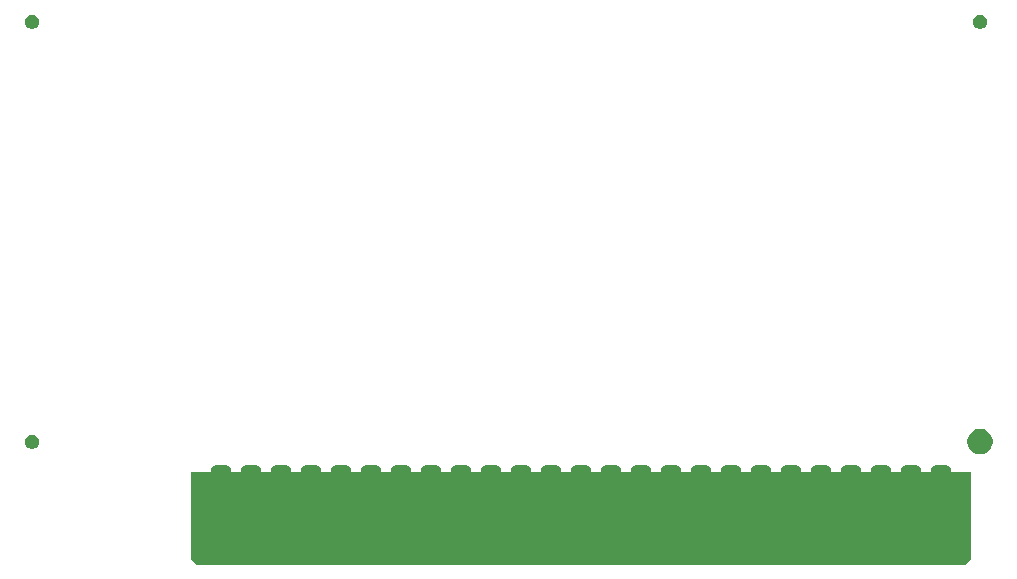
<source format=gbs>
G04 #@! TF.GenerationSoftware,KiCad,Pcbnew,(5.1.2-1)-1*
G04 #@! TF.CreationDate,2019-07-21T10:06:24-04:00*
G04 #@! TF.ProjectId,BUSJUMP,4255534a-554d-4502-9e6b-696361645f70,rev?*
G04 #@! TF.SameCoordinates,Original*
G04 #@! TF.FileFunction,Soldermask,Bot*
G04 #@! TF.FilePolarity,Negative*
%FSLAX46Y46*%
G04 Gerber Fmt 4.6, Leading zero omitted, Abs format (unit mm)*
G04 Created by KiCad (PCBNEW (5.1.2-1)-1) date 2019-07-21 10:06:24*
%MOMM*%
%LPD*%
G04 APERTURE LIST*
%ADD10C,0.100000*%
G04 APERTURE END LIST*
D10*
G36*
X114300000Y-139446000D02*
G01*
X113792000Y-139954000D01*
X48768000Y-139954000D01*
X48260000Y-139446000D01*
X48260000Y-132080000D01*
X114300000Y-132080000D01*
X114300000Y-139446000D01*
G37*
G36*
X112286355Y-131543544D02*
G01*
X112358967Y-131565570D01*
X112425881Y-131601336D01*
X112484531Y-131649469D01*
X112532664Y-131708119D01*
X112568430Y-131775033D01*
X112590456Y-131847645D01*
X112598200Y-131926267D01*
X112598200Y-138837733D01*
X112590456Y-138916355D01*
X112568430Y-138988967D01*
X112532664Y-139055881D01*
X112484531Y-139114531D01*
X112425881Y-139162664D01*
X112358967Y-139198430D01*
X112286355Y-139220456D01*
X112207733Y-139228200D01*
X111312267Y-139228200D01*
X111233645Y-139220456D01*
X111161033Y-139198430D01*
X111094119Y-139162664D01*
X111035469Y-139114531D01*
X110987336Y-139055881D01*
X110951570Y-138988967D01*
X110929544Y-138916355D01*
X110921800Y-138837733D01*
X110921800Y-131926267D01*
X110929544Y-131847645D01*
X110951570Y-131775033D01*
X110987336Y-131708119D01*
X111035469Y-131649469D01*
X111094119Y-131601336D01*
X111161033Y-131565570D01*
X111233645Y-131543544D01*
X111312267Y-131535800D01*
X112207733Y-131535800D01*
X112286355Y-131543544D01*
X112286355Y-131543544D01*
G37*
G36*
X109746355Y-131543544D02*
G01*
X109818967Y-131565570D01*
X109885881Y-131601336D01*
X109944531Y-131649469D01*
X109992664Y-131708119D01*
X110028430Y-131775033D01*
X110050456Y-131847645D01*
X110058200Y-131926267D01*
X110058200Y-138837733D01*
X110050456Y-138916355D01*
X110028430Y-138988967D01*
X109992664Y-139055881D01*
X109944531Y-139114531D01*
X109885881Y-139162664D01*
X109818967Y-139198430D01*
X109746355Y-139220456D01*
X109667733Y-139228200D01*
X108772267Y-139228200D01*
X108693645Y-139220456D01*
X108621033Y-139198430D01*
X108554119Y-139162664D01*
X108495469Y-139114531D01*
X108447336Y-139055881D01*
X108411570Y-138988967D01*
X108389544Y-138916355D01*
X108381800Y-138837733D01*
X108381800Y-131926267D01*
X108389544Y-131847645D01*
X108411570Y-131775033D01*
X108447336Y-131708119D01*
X108495469Y-131649469D01*
X108554119Y-131601336D01*
X108621033Y-131565570D01*
X108693645Y-131543544D01*
X108772267Y-131535800D01*
X109667733Y-131535800D01*
X109746355Y-131543544D01*
X109746355Y-131543544D01*
G37*
G36*
X107206355Y-131543544D02*
G01*
X107278967Y-131565570D01*
X107345881Y-131601336D01*
X107404531Y-131649469D01*
X107452664Y-131708119D01*
X107488430Y-131775033D01*
X107510456Y-131847645D01*
X107518200Y-131926267D01*
X107518200Y-138837733D01*
X107510456Y-138916355D01*
X107488430Y-138988967D01*
X107452664Y-139055881D01*
X107404531Y-139114531D01*
X107345881Y-139162664D01*
X107278967Y-139198430D01*
X107206355Y-139220456D01*
X107127733Y-139228200D01*
X106232267Y-139228200D01*
X106153645Y-139220456D01*
X106081033Y-139198430D01*
X106014119Y-139162664D01*
X105955469Y-139114531D01*
X105907336Y-139055881D01*
X105871570Y-138988967D01*
X105849544Y-138916355D01*
X105841800Y-138837733D01*
X105841800Y-131926267D01*
X105849544Y-131847645D01*
X105871570Y-131775033D01*
X105907336Y-131708119D01*
X105955469Y-131649469D01*
X106014119Y-131601336D01*
X106081033Y-131565570D01*
X106153645Y-131543544D01*
X106232267Y-131535800D01*
X107127733Y-131535800D01*
X107206355Y-131543544D01*
X107206355Y-131543544D01*
G37*
G36*
X104666355Y-131543544D02*
G01*
X104738967Y-131565570D01*
X104805881Y-131601336D01*
X104864531Y-131649469D01*
X104912664Y-131708119D01*
X104948430Y-131775033D01*
X104970456Y-131847645D01*
X104978200Y-131926267D01*
X104978200Y-138837733D01*
X104970456Y-138916355D01*
X104948430Y-138988967D01*
X104912664Y-139055881D01*
X104864531Y-139114531D01*
X104805881Y-139162664D01*
X104738967Y-139198430D01*
X104666355Y-139220456D01*
X104587733Y-139228200D01*
X103692267Y-139228200D01*
X103613645Y-139220456D01*
X103541033Y-139198430D01*
X103474119Y-139162664D01*
X103415469Y-139114531D01*
X103367336Y-139055881D01*
X103331570Y-138988967D01*
X103309544Y-138916355D01*
X103301800Y-138837733D01*
X103301800Y-131926267D01*
X103309544Y-131847645D01*
X103331570Y-131775033D01*
X103367336Y-131708119D01*
X103415469Y-131649469D01*
X103474119Y-131601336D01*
X103541033Y-131565570D01*
X103613645Y-131543544D01*
X103692267Y-131535800D01*
X104587733Y-131535800D01*
X104666355Y-131543544D01*
X104666355Y-131543544D01*
G37*
G36*
X102126355Y-131543544D02*
G01*
X102198967Y-131565570D01*
X102265881Y-131601336D01*
X102324531Y-131649469D01*
X102372664Y-131708119D01*
X102408430Y-131775033D01*
X102430456Y-131847645D01*
X102438200Y-131926267D01*
X102438200Y-138837733D01*
X102430456Y-138916355D01*
X102408430Y-138988967D01*
X102372664Y-139055881D01*
X102324531Y-139114531D01*
X102265881Y-139162664D01*
X102198967Y-139198430D01*
X102126355Y-139220456D01*
X102047733Y-139228200D01*
X101152267Y-139228200D01*
X101073645Y-139220456D01*
X101001033Y-139198430D01*
X100934119Y-139162664D01*
X100875469Y-139114531D01*
X100827336Y-139055881D01*
X100791570Y-138988967D01*
X100769544Y-138916355D01*
X100761800Y-138837733D01*
X100761800Y-131926267D01*
X100769544Y-131847645D01*
X100791570Y-131775033D01*
X100827336Y-131708119D01*
X100875469Y-131649469D01*
X100934119Y-131601336D01*
X101001033Y-131565570D01*
X101073645Y-131543544D01*
X101152267Y-131535800D01*
X102047733Y-131535800D01*
X102126355Y-131543544D01*
X102126355Y-131543544D01*
G37*
G36*
X99586355Y-131543544D02*
G01*
X99658967Y-131565570D01*
X99725881Y-131601336D01*
X99784531Y-131649469D01*
X99832664Y-131708119D01*
X99868430Y-131775033D01*
X99890456Y-131847645D01*
X99898200Y-131926267D01*
X99898200Y-138837733D01*
X99890456Y-138916355D01*
X99868430Y-138988967D01*
X99832664Y-139055881D01*
X99784531Y-139114531D01*
X99725881Y-139162664D01*
X99658967Y-139198430D01*
X99586355Y-139220456D01*
X99507733Y-139228200D01*
X98612267Y-139228200D01*
X98533645Y-139220456D01*
X98461033Y-139198430D01*
X98394119Y-139162664D01*
X98335469Y-139114531D01*
X98287336Y-139055881D01*
X98251570Y-138988967D01*
X98229544Y-138916355D01*
X98221800Y-138837733D01*
X98221800Y-131926267D01*
X98229544Y-131847645D01*
X98251570Y-131775033D01*
X98287336Y-131708119D01*
X98335469Y-131649469D01*
X98394119Y-131601336D01*
X98461033Y-131565570D01*
X98533645Y-131543544D01*
X98612267Y-131535800D01*
X99507733Y-131535800D01*
X99586355Y-131543544D01*
X99586355Y-131543544D01*
G37*
G36*
X97046355Y-131543544D02*
G01*
X97118967Y-131565570D01*
X97185881Y-131601336D01*
X97244531Y-131649469D01*
X97292664Y-131708119D01*
X97328430Y-131775033D01*
X97350456Y-131847645D01*
X97358200Y-131926267D01*
X97358200Y-138837733D01*
X97350456Y-138916355D01*
X97328430Y-138988967D01*
X97292664Y-139055881D01*
X97244531Y-139114531D01*
X97185881Y-139162664D01*
X97118967Y-139198430D01*
X97046355Y-139220456D01*
X96967733Y-139228200D01*
X96072267Y-139228200D01*
X95993645Y-139220456D01*
X95921033Y-139198430D01*
X95854119Y-139162664D01*
X95795469Y-139114531D01*
X95747336Y-139055881D01*
X95711570Y-138988967D01*
X95689544Y-138916355D01*
X95681800Y-138837733D01*
X95681800Y-131926267D01*
X95689544Y-131847645D01*
X95711570Y-131775033D01*
X95747336Y-131708119D01*
X95795469Y-131649469D01*
X95854119Y-131601336D01*
X95921033Y-131565570D01*
X95993645Y-131543544D01*
X96072267Y-131535800D01*
X96967733Y-131535800D01*
X97046355Y-131543544D01*
X97046355Y-131543544D01*
G37*
G36*
X94506355Y-131543544D02*
G01*
X94578967Y-131565570D01*
X94645881Y-131601336D01*
X94704531Y-131649469D01*
X94752664Y-131708119D01*
X94788430Y-131775033D01*
X94810456Y-131847645D01*
X94818200Y-131926267D01*
X94818200Y-138837733D01*
X94810456Y-138916355D01*
X94788430Y-138988967D01*
X94752664Y-139055881D01*
X94704531Y-139114531D01*
X94645881Y-139162664D01*
X94578967Y-139198430D01*
X94506355Y-139220456D01*
X94427733Y-139228200D01*
X93532267Y-139228200D01*
X93453645Y-139220456D01*
X93381033Y-139198430D01*
X93314119Y-139162664D01*
X93255469Y-139114531D01*
X93207336Y-139055881D01*
X93171570Y-138988967D01*
X93149544Y-138916355D01*
X93141800Y-138837733D01*
X93141800Y-131926267D01*
X93149544Y-131847645D01*
X93171570Y-131775033D01*
X93207336Y-131708119D01*
X93255469Y-131649469D01*
X93314119Y-131601336D01*
X93381033Y-131565570D01*
X93453645Y-131543544D01*
X93532267Y-131535800D01*
X94427733Y-131535800D01*
X94506355Y-131543544D01*
X94506355Y-131543544D01*
G37*
G36*
X91966355Y-131543544D02*
G01*
X92038967Y-131565570D01*
X92105881Y-131601336D01*
X92164531Y-131649469D01*
X92212664Y-131708119D01*
X92248430Y-131775033D01*
X92270456Y-131847645D01*
X92278200Y-131926267D01*
X92278200Y-138837733D01*
X92270456Y-138916355D01*
X92248430Y-138988967D01*
X92212664Y-139055881D01*
X92164531Y-139114531D01*
X92105881Y-139162664D01*
X92038967Y-139198430D01*
X91966355Y-139220456D01*
X91887733Y-139228200D01*
X90992267Y-139228200D01*
X90913645Y-139220456D01*
X90841033Y-139198430D01*
X90774119Y-139162664D01*
X90715469Y-139114531D01*
X90667336Y-139055881D01*
X90631570Y-138988967D01*
X90609544Y-138916355D01*
X90601800Y-138837733D01*
X90601800Y-131926267D01*
X90609544Y-131847645D01*
X90631570Y-131775033D01*
X90667336Y-131708119D01*
X90715469Y-131649469D01*
X90774119Y-131601336D01*
X90841033Y-131565570D01*
X90913645Y-131543544D01*
X90992267Y-131535800D01*
X91887733Y-131535800D01*
X91966355Y-131543544D01*
X91966355Y-131543544D01*
G37*
G36*
X89426355Y-131543544D02*
G01*
X89498967Y-131565570D01*
X89565881Y-131601336D01*
X89624531Y-131649469D01*
X89672664Y-131708119D01*
X89708430Y-131775033D01*
X89730456Y-131847645D01*
X89738200Y-131926267D01*
X89738200Y-138837733D01*
X89730456Y-138916355D01*
X89708430Y-138988967D01*
X89672664Y-139055881D01*
X89624531Y-139114531D01*
X89565881Y-139162664D01*
X89498967Y-139198430D01*
X89426355Y-139220456D01*
X89347733Y-139228200D01*
X88452267Y-139228200D01*
X88373645Y-139220456D01*
X88301033Y-139198430D01*
X88234119Y-139162664D01*
X88175469Y-139114531D01*
X88127336Y-139055881D01*
X88091570Y-138988967D01*
X88069544Y-138916355D01*
X88061800Y-138837733D01*
X88061800Y-131926267D01*
X88069544Y-131847645D01*
X88091570Y-131775033D01*
X88127336Y-131708119D01*
X88175469Y-131649469D01*
X88234119Y-131601336D01*
X88301033Y-131565570D01*
X88373645Y-131543544D01*
X88452267Y-131535800D01*
X89347733Y-131535800D01*
X89426355Y-131543544D01*
X89426355Y-131543544D01*
G37*
G36*
X86886355Y-131543544D02*
G01*
X86958967Y-131565570D01*
X87025881Y-131601336D01*
X87084531Y-131649469D01*
X87132664Y-131708119D01*
X87168430Y-131775033D01*
X87190456Y-131847645D01*
X87198200Y-131926267D01*
X87198200Y-138837733D01*
X87190456Y-138916355D01*
X87168430Y-138988967D01*
X87132664Y-139055881D01*
X87084531Y-139114531D01*
X87025881Y-139162664D01*
X86958967Y-139198430D01*
X86886355Y-139220456D01*
X86807733Y-139228200D01*
X85912267Y-139228200D01*
X85833645Y-139220456D01*
X85761033Y-139198430D01*
X85694119Y-139162664D01*
X85635469Y-139114531D01*
X85587336Y-139055881D01*
X85551570Y-138988967D01*
X85529544Y-138916355D01*
X85521800Y-138837733D01*
X85521800Y-131926267D01*
X85529544Y-131847645D01*
X85551570Y-131775033D01*
X85587336Y-131708119D01*
X85635469Y-131649469D01*
X85694119Y-131601336D01*
X85761033Y-131565570D01*
X85833645Y-131543544D01*
X85912267Y-131535800D01*
X86807733Y-131535800D01*
X86886355Y-131543544D01*
X86886355Y-131543544D01*
G37*
G36*
X84346355Y-131543544D02*
G01*
X84418967Y-131565570D01*
X84485881Y-131601336D01*
X84544531Y-131649469D01*
X84592664Y-131708119D01*
X84628430Y-131775033D01*
X84650456Y-131847645D01*
X84658200Y-131926267D01*
X84658200Y-138837733D01*
X84650456Y-138916355D01*
X84628430Y-138988967D01*
X84592664Y-139055881D01*
X84544531Y-139114531D01*
X84485881Y-139162664D01*
X84418967Y-139198430D01*
X84346355Y-139220456D01*
X84267733Y-139228200D01*
X83372267Y-139228200D01*
X83293645Y-139220456D01*
X83221033Y-139198430D01*
X83154119Y-139162664D01*
X83095469Y-139114531D01*
X83047336Y-139055881D01*
X83011570Y-138988967D01*
X82989544Y-138916355D01*
X82981800Y-138837733D01*
X82981800Y-131926267D01*
X82989544Y-131847645D01*
X83011570Y-131775033D01*
X83047336Y-131708119D01*
X83095469Y-131649469D01*
X83154119Y-131601336D01*
X83221033Y-131565570D01*
X83293645Y-131543544D01*
X83372267Y-131535800D01*
X84267733Y-131535800D01*
X84346355Y-131543544D01*
X84346355Y-131543544D01*
G37*
G36*
X81806355Y-131543544D02*
G01*
X81878967Y-131565570D01*
X81945881Y-131601336D01*
X82004531Y-131649469D01*
X82052664Y-131708119D01*
X82088430Y-131775033D01*
X82110456Y-131847645D01*
X82118200Y-131926267D01*
X82118200Y-138837733D01*
X82110456Y-138916355D01*
X82088430Y-138988967D01*
X82052664Y-139055881D01*
X82004531Y-139114531D01*
X81945881Y-139162664D01*
X81878967Y-139198430D01*
X81806355Y-139220456D01*
X81727733Y-139228200D01*
X80832267Y-139228200D01*
X80753645Y-139220456D01*
X80681033Y-139198430D01*
X80614119Y-139162664D01*
X80555469Y-139114531D01*
X80507336Y-139055881D01*
X80471570Y-138988967D01*
X80449544Y-138916355D01*
X80441800Y-138837733D01*
X80441800Y-131926267D01*
X80449544Y-131847645D01*
X80471570Y-131775033D01*
X80507336Y-131708119D01*
X80555469Y-131649469D01*
X80614119Y-131601336D01*
X80681033Y-131565570D01*
X80753645Y-131543544D01*
X80832267Y-131535800D01*
X81727733Y-131535800D01*
X81806355Y-131543544D01*
X81806355Y-131543544D01*
G37*
G36*
X79266355Y-131543544D02*
G01*
X79338967Y-131565570D01*
X79405881Y-131601336D01*
X79464531Y-131649469D01*
X79512664Y-131708119D01*
X79548430Y-131775033D01*
X79570456Y-131847645D01*
X79578200Y-131926267D01*
X79578200Y-138837733D01*
X79570456Y-138916355D01*
X79548430Y-138988967D01*
X79512664Y-139055881D01*
X79464531Y-139114531D01*
X79405881Y-139162664D01*
X79338967Y-139198430D01*
X79266355Y-139220456D01*
X79187733Y-139228200D01*
X78292267Y-139228200D01*
X78213645Y-139220456D01*
X78141033Y-139198430D01*
X78074119Y-139162664D01*
X78015469Y-139114531D01*
X77967336Y-139055881D01*
X77931570Y-138988967D01*
X77909544Y-138916355D01*
X77901800Y-138837733D01*
X77901800Y-131926267D01*
X77909544Y-131847645D01*
X77931570Y-131775033D01*
X77967336Y-131708119D01*
X78015469Y-131649469D01*
X78074119Y-131601336D01*
X78141033Y-131565570D01*
X78213645Y-131543544D01*
X78292267Y-131535800D01*
X79187733Y-131535800D01*
X79266355Y-131543544D01*
X79266355Y-131543544D01*
G37*
G36*
X76726355Y-131543544D02*
G01*
X76798967Y-131565570D01*
X76865881Y-131601336D01*
X76924531Y-131649469D01*
X76972664Y-131708119D01*
X77008430Y-131775033D01*
X77030456Y-131847645D01*
X77038200Y-131926267D01*
X77038200Y-138837733D01*
X77030456Y-138916355D01*
X77008430Y-138988967D01*
X76972664Y-139055881D01*
X76924531Y-139114531D01*
X76865881Y-139162664D01*
X76798967Y-139198430D01*
X76726355Y-139220456D01*
X76647733Y-139228200D01*
X75752267Y-139228200D01*
X75673645Y-139220456D01*
X75601033Y-139198430D01*
X75534119Y-139162664D01*
X75475469Y-139114531D01*
X75427336Y-139055881D01*
X75391570Y-138988967D01*
X75369544Y-138916355D01*
X75361800Y-138837733D01*
X75361800Y-131926267D01*
X75369544Y-131847645D01*
X75391570Y-131775033D01*
X75427336Y-131708119D01*
X75475469Y-131649469D01*
X75534119Y-131601336D01*
X75601033Y-131565570D01*
X75673645Y-131543544D01*
X75752267Y-131535800D01*
X76647733Y-131535800D01*
X76726355Y-131543544D01*
X76726355Y-131543544D01*
G37*
G36*
X74186355Y-131543544D02*
G01*
X74258967Y-131565570D01*
X74325881Y-131601336D01*
X74384531Y-131649469D01*
X74432664Y-131708119D01*
X74468430Y-131775033D01*
X74490456Y-131847645D01*
X74498200Y-131926267D01*
X74498200Y-138837733D01*
X74490456Y-138916355D01*
X74468430Y-138988967D01*
X74432664Y-139055881D01*
X74384531Y-139114531D01*
X74325881Y-139162664D01*
X74258967Y-139198430D01*
X74186355Y-139220456D01*
X74107733Y-139228200D01*
X73212267Y-139228200D01*
X73133645Y-139220456D01*
X73061033Y-139198430D01*
X72994119Y-139162664D01*
X72935469Y-139114531D01*
X72887336Y-139055881D01*
X72851570Y-138988967D01*
X72829544Y-138916355D01*
X72821800Y-138837733D01*
X72821800Y-131926267D01*
X72829544Y-131847645D01*
X72851570Y-131775033D01*
X72887336Y-131708119D01*
X72935469Y-131649469D01*
X72994119Y-131601336D01*
X73061033Y-131565570D01*
X73133645Y-131543544D01*
X73212267Y-131535800D01*
X74107733Y-131535800D01*
X74186355Y-131543544D01*
X74186355Y-131543544D01*
G37*
G36*
X71646355Y-131543544D02*
G01*
X71718967Y-131565570D01*
X71785881Y-131601336D01*
X71844531Y-131649469D01*
X71892664Y-131708119D01*
X71928430Y-131775033D01*
X71950456Y-131847645D01*
X71958200Y-131926267D01*
X71958200Y-138837733D01*
X71950456Y-138916355D01*
X71928430Y-138988967D01*
X71892664Y-139055881D01*
X71844531Y-139114531D01*
X71785881Y-139162664D01*
X71718967Y-139198430D01*
X71646355Y-139220456D01*
X71567733Y-139228200D01*
X70672267Y-139228200D01*
X70593645Y-139220456D01*
X70521033Y-139198430D01*
X70454119Y-139162664D01*
X70395469Y-139114531D01*
X70347336Y-139055881D01*
X70311570Y-138988967D01*
X70289544Y-138916355D01*
X70281800Y-138837733D01*
X70281800Y-131926267D01*
X70289544Y-131847645D01*
X70311570Y-131775033D01*
X70347336Y-131708119D01*
X70395469Y-131649469D01*
X70454119Y-131601336D01*
X70521033Y-131565570D01*
X70593645Y-131543544D01*
X70672267Y-131535800D01*
X71567733Y-131535800D01*
X71646355Y-131543544D01*
X71646355Y-131543544D01*
G37*
G36*
X69106355Y-131543544D02*
G01*
X69178967Y-131565570D01*
X69245881Y-131601336D01*
X69304531Y-131649469D01*
X69352664Y-131708119D01*
X69388430Y-131775033D01*
X69410456Y-131847645D01*
X69418200Y-131926267D01*
X69418200Y-138837733D01*
X69410456Y-138916355D01*
X69388430Y-138988967D01*
X69352664Y-139055881D01*
X69304531Y-139114531D01*
X69245881Y-139162664D01*
X69178967Y-139198430D01*
X69106355Y-139220456D01*
X69027733Y-139228200D01*
X68132267Y-139228200D01*
X68053645Y-139220456D01*
X67981033Y-139198430D01*
X67914119Y-139162664D01*
X67855469Y-139114531D01*
X67807336Y-139055881D01*
X67771570Y-138988967D01*
X67749544Y-138916355D01*
X67741800Y-138837733D01*
X67741800Y-131926267D01*
X67749544Y-131847645D01*
X67771570Y-131775033D01*
X67807336Y-131708119D01*
X67855469Y-131649469D01*
X67914119Y-131601336D01*
X67981033Y-131565570D01*
X68053645Y-131543544D01*
X68132267Y-131535800D01*
X69027733Y-131535800D01*
X69106355Y-131543544D01*
X69106355Y-131543544D01*
G37*
G36*
X66566355Y-131543544D02*
G01*
X66638967Y-131565570D01*
X66705881Y-131601336D01*
X66764531Y-131649469D01*
X66812664Y-131708119D01*
X66848430Y-131775033D01*
X66870456Y-131847645D01*
X66878200Y-131926267D01*
X66878200Y-138837733D01*
X66870456Y-138916355D01*
X66848430Y-138988967D01*
X66812664Y-139055881D01*
X66764531Y-139114531D01*
X66705881Y-139162664D01*
X66638967Y-139198430D01*
X66566355Y-139220456D01*
X66487733Y-139228200D01*
X65592267Y-139228200D01*
X65513645Y-139220456D01*
X65441033Y-139198430D01*
X65374119Y-139162664D01*
X65315469Y-139114531D01*
X65267336Y-139055881D01*
X65231570Y-138988967D01*
X65209544Y-138916355D01*
X65201800Y-138837733D01*
X65201800Y-131926267D01*
X65209544Y-131847645D01*
X65231570Y-131775033D01*
X65267336Y-131708119D01*
X65315469Y-131649469D01*
X65374119Y-131601336D01*
X65441033Y-131565570D01*
X65513645Y-131543544D01*
X65592267Y-131535800D01*
X66487733Y-131535800D01*
X66566355Y-131543544D01*
X66566355Y-131543544D01*
G37*
G36*
X64026355Y-131543544D02*
G01*
X64098967Y-131565570D01*
X64165881Y-131601336D01*
X64224531Y-131649469D01*
X64272664Y-131708119D01*
X64308430Y-131775033D01*
X64330456Y-131847645D01*
X64338200Y-131926267D01*
X64338200Y-138837733D01*
X64330456Y-138916355D01*
X64308430Y-138988967D01*
X64272664Y-139055881D01*
X64224531Y-139114531D01*
X64165881Y-139162664D01*
X64098967Y-139198430D01*
X64026355Y-139220456D01*
X63947733Y-139228200D01*
X63052267Y-139228200D01*
X62973645Y-139220456D01*
X62901033Y-139198430D01*
X62834119Y-139162664D01*
X62775469Y-139114531D01*
X62727336Y-139055881D01*
X62691570Y-138988967D01*
X62669544Y-138916355D01*
X62661800Y-138837733D01*
X62661800Y-131926267D01*
X62669544Y-131847645D01*
X62691570Y-131775033D01*
X62727336Y-131708119D01*
X62775469Y-131649469D01*
X62834119Y-131601336D01*
X62901033Y-131565570D01*
X62973645Y-131543544D01*
X63052267Y-131535800D01*
X63947733Y-131535800D01*
X64026355Y-131543544D01*
X64026355Y-131543544D01*
G37*
G36*
X61486355Y-131543544D02*
G01*
X61558967Y-131565570D01*
X61625881Y-131601336D01*
X61684531Y-131649469D01*
X61732664Y-131708119D01*
X61768430Y-131775033D01*
X61790456Y-131847645D01*
X61798200Y-131926267D01*
X61798200Y-138837733D01*
X61790456Y-138916355D01*
X61768430Y-138988967D01*
X61732664Y-139055881D01*
X61684531Y-139114531D01*
X61625881Y-139162664D01*
X61558967Y-139198430D01*
X61486355Y-139220456D01*
X61407733Y-139228200D01*
X60512267Y-139228200D01*
X60433645Y-139220456D01*
X60361033Y-139198430D01*
X60294119Y-139162664D01*
X60235469Y-139114531D01*
X60187336Y-139055881D01*
X60151570Y-138988967D01*
X60129544Y-138916355D01*
X60121800Y-138837733D01*
X60121800Y-131926267D01*
X60129544Y-131847645D01*
X60151570Y-131775033D01*
X60187336Y-131708119D01*
X60235469Y-131649469D01*
X60294119Y-131601336D01*
X60361033Y-131565570D01*
X60433645Y-131543544D01*
X60512267Y-131535800D01*
X61407733Y-131535800D01*
X61486355Y-131543544D01*
X61486355Y-131543544D01*
G37*
G36*
X58946355Y-131543544D02*
G01*
X59018967Y-131565570D01*
X59085881Y-131601336D01*
X59144531Y-131649469D01*
X59192664Y-131708119D01*
X59228430Y-131775033D01*
X59250456Y-131847645D01*
X59258200Y-131926267D01*
X59258200Y-138837733D01*
X59250456Y-138916355D01*
X59228430Y-138988967D01*
X59192664Y-139055881D01*
X59144531Y-139114531D01*
X59085881Y-139162664D01*
X59018967Y-139198430D01*
X58946355Y-139220456D01*
X58867733Y-139228200D01*
X57972267Y-139228200D01*
X57893645Y-139220456D01*
X57821033Y-139198430D01*
X57754119Y-139162664D01*
X57695469Y-139114531D01*
X57647336Y-139055881D01*
X57611570Y-138988967D01*
X57589544Y-138916355D01*
X57581800Y-138837733D01*
X57581800Y-131926267D01*
X57589544Y-131847645D01*
X57611570Y-131775033D01*
X57647336Y-131708119D01*
X57695469Y-131649469D01*
X57754119Y-131601336D01*
X57821033Y-131565570D01*
X57893645Y-131543544D01*
X57972267Y-131535800D01*
X58867733Y-131535800D01*
X58946355Y-131543544D01*
X58946355Y-131543544D01*
G37*
G36*
X56406355Y-131543544D02*
G01*
X56478967Y-131565570D01*
X56545881Y-131601336D01*
X56604531Y-131649469D01*
X56652664Y-131708119D01*
X56688430Y-131775033D01*
X56710456Y-131847645D01*
X56718200Y-131926267D01*
X56718200Y-138837733D01*
X56710456Y-138916355D01*
X56688430Y-138988967D01*
X56652664Y-139055881D01*
X56604531Y-139114531D01*
X56545881Y-139162664D01*
X56478967Y-139198430D01*
X56406355Y-139220456D01*
X56327733Y-139228200D01*
X55432267Y-139228200D01*
X55353645Y-139220456D01*
X55281033Y-139198430D01*
X55214119Y-139162664D01*
X55155469Y-139114531D01*
X55107336Y-139055881D01*
X55071570Y-138988967D01*
X55049544Y-138916355D01*
X55041800Y-138837733D01*
X55041800Y-131926267D01*
X55049544Y-131847645D01*
X55071570Y-131775033D01*
X55107336Y-131708119D01*
X55155469Y-131649469D01*
X55214119Y-131601336D01*
X55281033Y-131565570D01*
X55353645Y-131543544D01*
X55432267Y-131535800D01*
X56327733Y-131535800D01*
X56406355Y-131543544D01*
X56406355Y-131543544D01*
G37*
G36*
X53866355Y-131543544D02*
G01*
X53938967Y-131565570D01*
X54005881Y-131601336D01*
X54064531Y-131649469D01*
X54112664Y-131708119D01*
X54148430Y-131775033D01*
X54170456Y-131847645D01*
X54178200Y-131926267D01*
X54178200Y-138837733D01*
X54170456Y-138916355D01*
X54148430Y-138988967D01*
X54112664Y-139055881D01*
X54064531Y-139114531D01*
X54005881Y-139162664D01*
X53938967Y-139198430D01*
X53866355Y-139220456D01*
X53787733Y-139228200D01*
X52892267Y-139228200D01*
X52813645Y-139220456D01*
X52741033Y-139198430D01*
X52674119Y-139162664D01*
X52615469Y-139114531D01*
X52567336Y-139055881D01*
X52531570Y-138988967D01*
X52509544Y-138916355D01*
X52501800Y-138837733D01*
X52501800Y-131926267D01*
X52509544Y-131847645D01*
X52531570Y-131775033D01*
X52567336Y-131708119D01*
X52615469Y-131649469D01*
X52674119Y-131601336D01*
X52741033Y-131565570D01*
X52813645Y-131543544D01*
X52892267Y-131535800D01*
X53787733Y-131535800D01*
X53866355Y-131543544D01*
X53866355Y-131543544D01*
G37*
G36*
X51326355Y-131543544D02*
G01*
X51398967Y-131565570D01*
X51465881Y-131601336D01*
X51524531Y-131649469D01*
X51572664Y-131708119D01*
X51608430Y-131775033D01*
X51630456Y-131847645D01*
X51638200Y-131926267D01*
X51638200Y-138837733D01*
X51630456Y-138916355D01*
X51608430Y-138988967D01*
X51572664Y-139055881D01*
X51524531Y-139114531D01*
X51465881Y-139162664D01*
X51398967Y-139198430D01*
X51326355Y-139220456D01*
X51247733Y-139228200D01*
X50352267Y-139228200D01*
X50273645Y-139220456D01*
X50201033Y-139198430D01*
X50134119Y-139162664D01*
X50075469Y-139114531D01*
X50027336Y-139055881D01*
X49991570Y-138988967D01*
X49969544Y-138916355D01*
X49961800Y-138837733D01*
X49961800Y-131926267D01*
X49969544Y-131847645D01*
X49991570Y-131775033D01*
X50027336Y-131708119D01*
X50075469Y-131649469D01*
X50134119Y-131601336D01*
X50201033Y-131565570D01*
X50273645Y-131543544D01*
X50352267Y-131535800D01*
X51247733Y-131535800D01*
X51326355Y-131543544D01*
X51326355Y-131543544D01*
G37*
G36*
X115375914Y-128505157D02*
G01*
X115571777Y-128586286D01*
X115748033Y-128704057D01*
X115897943Y-128853967D01*
X116015714Y-129030223D01*
X116096843Y-129226086D01*
X116138200Y-129434004D01*
X116138200Y-129645996D01*
X116096843Y-129853914D01*
X116015714Y-130049777D01*
X115897943Y-130226033D01*
X115748033Y-130375943D01*
X115571777Y-130493714D01*
X115375914Y-130574843D01*
X115167996Y-130616200D01*
X114956004Y-130616200D01*
X114748086Y-130574843D01*
X114552223Y-130493714D01*
X114375967Y-130375943D01*
X114226057Y-130226033D01*
X114108286Y-130049777D01*
X114027157Y-129853914D01*
X113985800Y-129645996D01*
X113985800Y-129434004D01*
X114027157Y-129226086D01*
X114108286Y-129030223D01*
X114226057Y-128853967D01*
X114375967Y-128704057D01*
X114552223Y-128586286D01*
X114748086Y-128505157D01*
X114956004Y-128463800D01*
X115167996Y-128463800D01*
X115375914Y-128505157D01*
X115375914Y-128505157D01*
G37*
G36*
X34915853Y-128947499D02*
G01*
X35029185Y-128981877D01*
X35133624Y-129037701D01*
X35225169Y-129112831D01*
X35300299Y-129204376D01*
X35356123Y-129308815D01*
X35390501Y-129422147D01*
X35402109Y-129540000D01*
X35390501Y-129657853D01*
X35356123Y-129771185D01*
X35300299Y-129875624D01*
X35225169Y-129967169D01*
X35133624Y-130042299D01*
X35029185Y-130098123D01*
X34915853Y-130132501D01*
X34827535Y-130141200D01*
X34768465Y-130141200D01*
X34680147Y-130132501D01*
X34566815Y-130098123D01*
X34462376Y-130042299D01*
X34370831Y-129967169D01*
X34295701Y-129875624D01*
X34239877Y-129771185D01*
X34205499Y-129657853D01*
X34193891Y-129540000D01*
X34205499Y-129422147D01*
X34239877Y-129308815D01*
X34295701Y-129204376D01*
X34370831Y-129112831D01*
X34462376Y-129037701D01*
X34566815Y-128981877D01*
X34680147Y-128947499D01*
X34768465Y-128938800D01*
X34827535Y-128938800D01*
X34915853Y-128947499D01*
X34915853Y-128947499D01*
G37*
G36*
X34915853Y-93387499D02*
G01*
X35029185Y-93421877D01*
X35133624Y-93477701D01*
X35225169Y-93552831D01*
X35300299Y-93644376D01*
X35356123Y-93748815D01*
X35390501Y-93862147D01*
X35402109Y-93980000D01*
X35390501Y-94097853D01*
X35356123Y-94211185D01*
X35300299Y-94315624D01*
X35225169Y-94407169D01*
X35133624Y-94482299D01*
X35029185Y-94538123D01*
X34915853Y-94572501D01*
X34827535Y-94581200D01*
X34768465Y-94581200D01*
X34680147Y-94572501D01*
X34566815Y-94538123D01*
X34462376Y-94482299D01*
X34370831Y-94407169D01*
X34295701Y-94315624D01*
X34239877Y-94211185D01*
X34205499Y-94097853D01*
X34193891Y-93980000D01*
X34205499Y-93862147D01*
X34239877Y-93748815D01*
X34295701Y-93644376D01*
X34370831Y-93552831D01*
X34462376Y-93477701D01*
X34566815Y-93421877D01*
X34680147Y-93387499D01*
X34768465Y-93378800D01*
X34827535Y-93378800D01*
X34915853Y-93387499D01*
X34915853Y-93387499D01*
G37*
G36*
X115179853Y-93387499D02*
G01*
X115293185Y-93421877D01*
X115397624Y-93477701D01*
X115489169Y-93552831D01*
X115564299Y-93644376D01*
X115620123Y-93748815D01*
X115654501Y-93862147D01*
X115666109Y-93980000D01*
X115654501Y-94097853D01*
X115620123Y-94211185D01*
X115564299Y-94315624D01*
X115489169Y-94407169D01*
X115397624Y-94482299D01*
X115293185Y-94538123D01*
X115179853Y-94572501D01*
X115091535Y-94581200D01*
X115032465Y-94581200D01*
X114944147Y-94572501D01*
X114830815Y-94538123D01*
X114726376Y-94482299D01*
X114634831Y-94407169D01*
X114559701Y-94315624D01*
X114503877Y-94211185D01*
X114469499Y-94097853D01*
X114457891Y-93980000D01*
X114469499Y-93862147D01*
X114503877Y-93748815D01*
X114559701Y-93644376D01*
X114634831Y-93552831D01*
X114726376Y-93477701D01*
X114830815Y-93421877D01*
X114944147Y-93387499D01*
X115032465Y-93378800D01*
X115091535Y-93378800D01*
X115179853Y-93387499D01*
X115179853Y-93387499D01*
G37*
M02*

</source>
